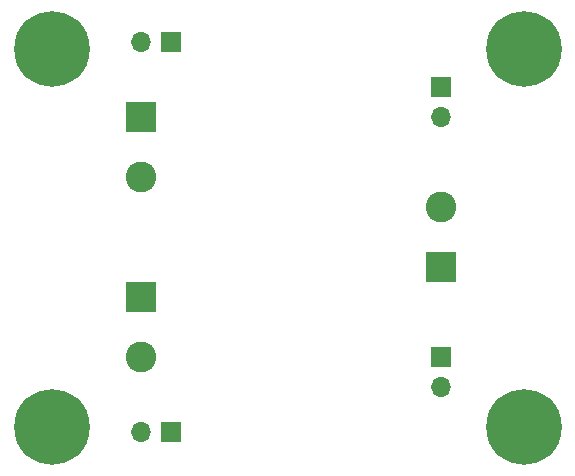
<source format=gbr>
%TF.GenerationSoftware,KiCad,Pcbnew,6.0.11-2627ca5db0~126~ubuntu22.04.1*%
%TF.CreationDate,2024-05-09T19:34:26+02:00*%
%TF.ProjectId,RedunDC,52656475-6e44-4432-9e6b-696361645f70,rev?*%
%TF.SameCoordinates,Original*%
%TF.FileFunction,Soldermask,Bot*%
%TF.FilePolarity,Negative*%
%FSLAX46Y46*%
G04 Gerber Fmt 4.6, Leading zero omitted, Abs format (unit mm)*
G04 Created by KiCad (PCBNEW 6.0.11-2627ca5db0~126~ubuntu22.04.1) date 2024-05-09 19:34:26*
%MOMM*%
%LPD*%
G01*
G04 APERTURE LIST*
%ADD10R,1.700000X1.700000*%
%ADD11O,1.700000X1.700000*%
%ADD12R,2.600000X2.600000*%
%ADD13C,2.600000*%
%ADD14C,0.800000*%
%ADD15C,6.400000*%
G04 APERTURE END LIST*
D10*
%TO.C,J7*%
X132080000Y-107950000D03*
D11*
X129540000Y-107950000D03*
%TD*%
D12*
%TO.C,J3*%
X129540000Y-96520000D03*
D13*
X129540000Y-101600000D03*
%TD*%
D10*
%TO.C,J6*%
X132080000Y-74930000D03*
D11*
X129540000Y-74930000D03*
%TD*%
D14*
%TO.C,H1*%
X162000000Y-73100000D03*
X159600000Y-75500000D03*
X160302944Y-77197056D03*
X160302944Y-73802944D03*
X163697056Y-77197056D03*
X162000000Y-77900000D03*
X163697056Y-73802944D03*
D15*
X162000000Y-75500000D03*
D14*
X164400000Y-75500000D03*
%TD*%
D12*
%TO.C,J2*%
X154940000Y-93980000D03*
D13*
X154940000Y-88900000D03*
%TD*%
D15*
%TO.C,H4*%
X162000000Y-107500000D03*
D14*
X160302944Y-109197056D03*
X164400000Y-107500000D03*
X163697056Y-109197056D03*
X160302944Y-105802944D03*
X162000000Y-105100000D03*
X163697056Y-105802944D03*
X159600000Y-107500000D03*
X162000000Y-109900000D03*
%TD*%
%TO.C,H3*%
X123697056Y-77197056D03*
X123697056Y-73802944D03*
X120302944Y-77197056D03*
X122000000Y-73100000D03*
X122000000Y-77900000D03*
X120302944Y-73802944D03*
X124400000Y-75500000D03*
D15*
X122000000Y-75500000D03*
D14*
X119600000Y-75500000D03*
%TD*%
%TO.C,H2*%
X123697056Y-105802944D03*
X119600000Y-107500000D03*
X124400000Y-107500000D03*
X122000000Y-105100000D03*
X120302944Y-105802944D03*
X123697056Y-109197056D03*
D15*
X122000000Y-107500000D03*
D14*
X120302944Y-109197056D03*
X122000000Y-109900000D03*
%TD*%
D10*
%TO.C,J4*%
X154940000Y-78740000D03*
D11*
X154940000Y-81280000D03*
%TD*%
D12*
%TO.C,J1*%
X129540000Y-81280000D03*
D13*
X129540000Y-86360000D03*
%TD*%
D10*
%TO.C,J5*%
X154940000Y-101600000D03*
D11*
X154940000Y-104140000D03*
%TD*%
M02*

</source>
